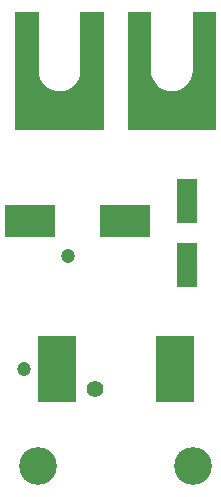
<source format=gbs>
G04 Layer_Color=16711935*
%FSLAX44Y44*%
%MOMM*%
G71*
G01*
G75*
%ADD32C,3.2032*%
%ADD33C,1.4032*%
%ADD34C,1.2032*%
%ADD35C,1.0032*%
%ADD36R,4.2032X2.7032*%
%ADD37R,1.8032X3.7032*%
%ADD38R,3.2032X5.6032*%
G36*
X-10000Y10000D02*
X-85000D01*
Y110000D01*
X-65000D01*
Y60000D01*
Y59140D01*
X-64747Y56569D01*
X-63746Y53271D01*
X-62121Y50230D01*
X-59934Y47566D01*
X-57270Y45379D01*
X-54229Y43754D01*
X-50931Y42753D01*
X-47500Y42415D01*
X-44069Y42753D01*
X-40771Y43754D01*
X-37731Y45379D01*
X-35066Y47566D01*
X-32879Y50230D01*
X-31254Y53271D01*
X-30253Y56569D01*
X-30000Y59140D01*
Y60000D01*
Y110000D01*
X-10000D01*
Y10000D01*
D02*
G37*
G36*
X85000D02*
X10000D01*
Y110000D01*
X30000D01*
Y60000D01*
Y59140D01*
X30253Y56569D01*
X31254Y53271D01*
X32879Y50230D01*
X35066Y47566D01*
X37731Y45379D01*
X40771Y43754D01*
X44069Y42753D01*
X47500Y42415D01*
X50931Y42753D01*
X54229Y43754D01*
X57270Y45379D01*
X59934Y47566D01*
X62121Y50230D01*
X63746Y53271D01*
X64747Y56569D01*
X65000Y59140D01*
Y60000D01*
Y110000D01*
X85000D01*
Y10000D01*
D02*
G37*
D32*
X-65700Y-275000D02*
D03*
X65700D02*
D03*
D33*
X-17500Y-210000D02*
D03*
D34*
X-77500Y-192500D02*
D03*
X-40450Y-97050D02*
D03*
D35*
X20000Y100000D02*
D03*
Y82500D02*
D03*
Y65000D02*
D03*
Y47500D02*
D03*
Y30000D02*
D03*
X47500D02*
D03*
X75000D02*
D03*
Y47500D02*
D03*
Y65000D02*
D03*
Y82500D02*
D03*
Y100000D02*
D03*
X-20000D02*
D03*
Y82500D02*
D03*
Y65000D02*
D03*
Y47500D02*
D03*
Y30000D02*
D03*
X-47500D02*
D03*
X-75000D02*
D03*
Y47500D02*
D03*
Y65000D02*
D03*
Y82500D02*
D03*
Y100000D02*
D03*
D36*
X-72500Y-67500D02*
D03*
X7500D02*
D03*
D37*
X60000Y-50500D02*
D03*
Y-104500D02*
D03*
D38*
X-50000Y-192500D02*
D03*
X50000D02*
D03*
M02*

</source>
